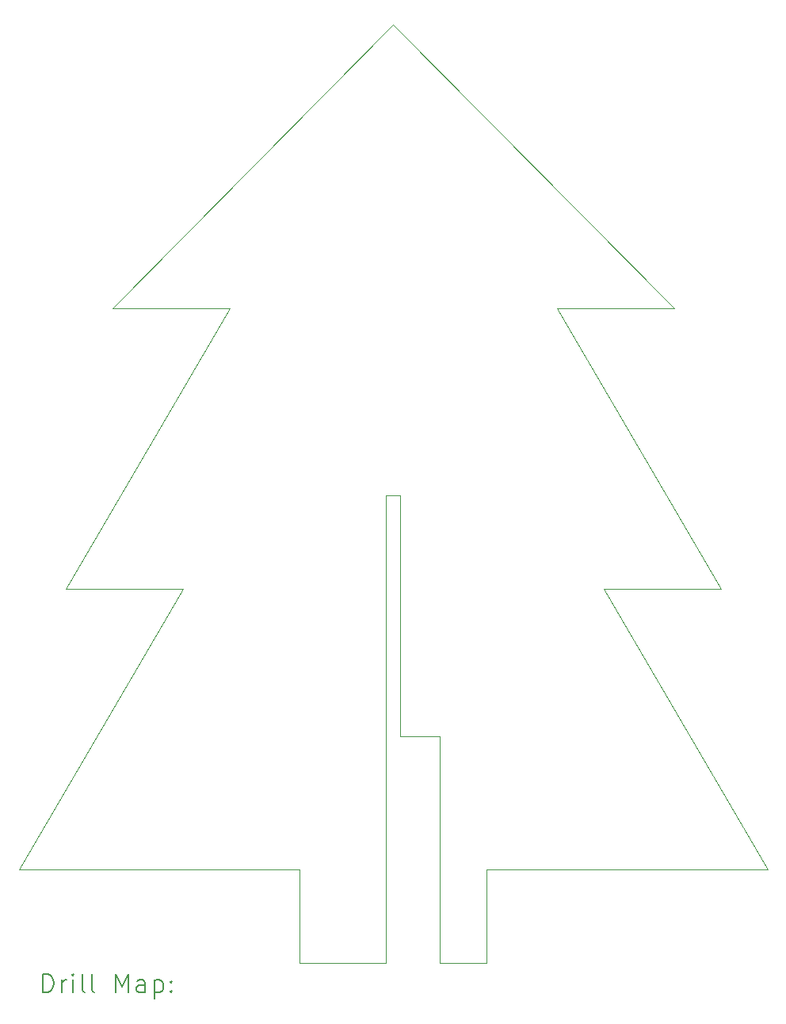
<source format=gbr>
%TF.GenerationSoftware,KiCad,Pcbnew,(6.0.9)*%
%TF.CreationDate,2022-12-09T22:08:28+01:00*%
%TF.ProjectId,PartoDos,50617274-6f44-46f7-932e-6b696361645f,rev?*%
%TF.SameCoordinates,Original*%
%TF.FileFunction,Drillmap*%
%TF.FilePolarity,Positive*%
%FSLAX45Y45*%
G04 Gerber Fmt 4.5, Leading zero omitted, Abs format (unit mm)*
G04 Created by KiCad (PCBNEW (6.0.9)) date 2022-12-09 22:08:28*
%MOMM*%
%LPD*%
G01*
G04 APERTURE LIST*
%ADD10C,0.038100*%
%ADD11C,0.200000*%
G04 APERTURE END LIST*
D10*
X13975000Y-15300000D02*
X13975000Y-10300000D01*
X13050000Y-14300000D02*
X10050000Y-14300000D01*
X10050000Y-14300000D02*
X11800000Y-11300000D01*
X13050000Y-15300000D02*
X13050000Y-14300000D01*
X14050000Y-5275000D02*
X17050000Y-8300000D01*
X11050000Y-8300000D02*
X12300000Y-8300000D01*
X11800000Y-11300000D02*
X10550000Y-11300000D01*
X11050000Y-8300000D02*
X14050000Y-5275000D01*
X13975000Y-15300000D02*
X13050000Y-15300000D01*
X14125000Y-12875000D02*
X14550000Y-12875000D01*
X14125000Y-10300000D02*
X14125000Y-12875000D01*
X18050000Y-14300000D02*
X15050000Y-14300000D01*
X14550000Y-15300000D02*
X15050000Y-15300000D01*
X13975000Y-10300000D02*
X14125000Y-10300000D01*
X15800000Y-8300000D02*
X17550000Y-11300000D01*
X15800000Y-8300000D02*
X17050000Y-8300000D01*
X14550000Y-12875000D02*
X14550000Y-15300000D01*
X17550000Y-11300000D02*
X16300000Y-11300000D01*
X10550000Y-11300000D02*
X12300000Y-8300000D01*
X16300000Y-11300000D02*
X18050000Y-14300000D01*
X15050000Y-14300000D02*
X15050000Y-15300000D01*
D11*
X10305714Y-15612381D02*
X10305714Y-15412381D01*
X10353333Y-15412381D01*
X10381905Y-15421905D01*
X10400952Y-15440953D01*
X10410476Y-15460000D01*
X10420000Y-15498095D01*
X10420000Y-15526667D01*
X10410476Y-15564762D01*
X10400952Y-15583810D01*
X10381905Y-15602857D01*
X10353333Y-15612381D01*
X10305714Y-15612381D01*
X10505714Y-15612381D02*
X10505714Y-15479048D01*
X10505714Y-15517143D02*
X10515238Y-15498095D01*
X10524762Y-15488572D01*
X10543809Y-15479048D01*
X10562857Y-15479048D01*
X10629524Y-15612381D02*
X10629524Y-15479048D01*
X10629524Y-15412381D02*
X10620000Y-15421905D01*
X10629524Y-15431429D01*
X10639047Y-15421905D01*
X10629524Y-15412381D01*
X10629524Y-15431429D01*
X10753333Y-15612381D02*
X10734285Y-15602857D01*
X10724762Y-15583810D01*
X10724762Y-15412381D01*
X10858095Y-15612381D02*
X10839047Y-15602857D01*
X10829524Y-15583810D01*
X10829524Y-15412381D01*
X11086666Y-15612381D02*
X11086666Y-15412381D01*
X11153333Y-15555238D01*
X11220000Y-15412381D01*
X11220000Y-15612381D01*
X11400952Y-15612381D02*
X11400952Y-15507619D01*
X11391428Y-15488572D01*
X11372381Y-15479048D01*
X11334285Y-15479048D01*
X11315238Y-15488572D01*
X11400952Y-15602857D02*
X11381904Y-15612381D01*
X11334285Y-15612381D01*
X11315238Y-15602857D01*
X11305714Y-15583810D01*
X11305714Y-15564762D01*
X11315238Y-15545714D01*
X11334285Y-15536191D01*
X11381904Y-15536191D01*
X11400952Y-15526667D01*
X11496190Y-15479048D02*
X11496190Y-15679048D01*
X11496190Y-15488572D02*
X11515238Y-15479048D01*
X11553333Y-15479048D01*
X11572381Y-15488572D01*
X11581904Y-15498095D01*
X11591428Y-15517143D01*
X11591428Y-15574286D01*
X11581904Y-15593333D01*
X11572381Y-15602857D01*
X11553333Y-15612381D01*
X11515238Y-15612381D01*
X11496190Y-15602857D01*
X11677143Y-15593333D02*
X11686666Y-15602857D01*
X11677143Y-15612381D01*
X11667619Y-15602857D01*
X11677143Y-15593333D01*
X11677143Y-15612381D01*
X11677143Y-15488572D02*
X11686666Y-15498095D01*
X11677143Y-15507619D01*
X11667619Y-15498095D01*
X11677143Y-15488572D01*
X11677143Y-15507619D01*
M02*

</source>
